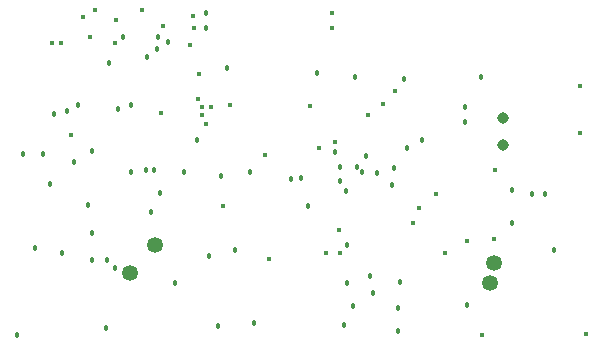
<source format=gbr>
G04 EAGLE Gerber RS-274X export*
G75*
%MOMM*%
%FSLAX34Y34*%
%LPD*%
%INVias*%
%IPPOS*%
%AMOC8*
5,1,8,0,0,1.08239X$1,22.5*%
G01*
%ADD10C,0.457200*%
%ADD11C,0.452400*%
%ADD12C,0.975000*%
%ADD13C,1.350000*%


D10*
X317500Y149606D03*
X34290Y166370D03*
D11*
X49530Y260350D03*
X285750Y82550D03*
X488950Y184150D03*
D12*
X424180Y173990D03*
D10*
X330200Y139700D03*
X355600Y177800D03*
D11*
X161290Y283210D03*
X279400Y285750D03*
D10*
X172720Y285750D03*
X190500Y238760D03*
X266700Y234950D03*
D11*
X322580Y208280D03*
D10*
X281940Y167640D03*
X252730Y145419D03*
D11*
X95250Y260350D03*
D10*
X76200Y76200D03*
X40640Y140970D03*
D11*
X222250Y165100D03*
D10*
X335280Y16510D03*
X393700Y38100D03*
D11*
X406400Y12700D03*
D10*
X342900Y171450D03*
D13*
X107950Y65278D03*
X412750Y57150D03*
D12*
X424180Y196850D03*
D10*
X292100Y57150D03*
D13*
X129540Y88900D03*
X416560Y73660D03*
D11*
X41910Y260350D03*
D10*
X182880Y20320D03*
X213360Y22860D03*
X289560Y21590D03*
X290830Y134620D03*
X405130Y231140D03*
X17780Y166370D03*
D11*
X260350Y207010D03*
X367030Y132080D03*
X226060Y77470D03*
D10*
X87630Y19050D03*
X12700Y12700D03*
D11*
X494030Y13970D03*
X488950Y223520D03*
D10*
X27940Y86360D03*
D11*
X274320Y82550D03*
D10*
X76200Y99150D03*
D11*
X177292Y205740D03*
D10*
X125730Y116840D03*
D11*
X134620Y200660D03*
X416560Y93980D03*
D10*
X209550Y151130D03*
X153670Y151130D03*
X175260Y80010D03*
X467360Y85090D03*
X132080Y265430D03*
X76200Y168300D03*
X331470Y154305D03*
X391795Y205994D03*
X259080Y121920D03*
D11*
X172974Y191770D03*
D10*
X131445Y254635D03*
X122555Y248285D03*
X244475Y144780D03*
X300355Y154940D03*
D11*
X166370Y233680D03*
D10*
X336550Y57785D03*
X292100Y88900D03*
X335026Y35941D03*
X286385Y143510D03*
X286385Y154940D03*
X311150Y62738D03*
D11*
X285244Y101600D03*
D10*
X307975Y164465D03*
X140335Y260985D03*
D11*
X347980Y107950D03*
D10*
X391795Y193040D03*
X196850Y85090D03*
X50800Y82550D03*
D11*
X333024Y219710D03*
D10*
X340360Y229870D03*
D11*
X374650Y82550D03*
D10*
X448310Y132080D03*
X459740Y132080D03*
X431800Y135890D03*
X431800Y107950D03*
D11*
X118745Y287655D03*
X193167Y207772D03*
X78740Y287655D03*
D10*
X72390Y122555D03*
X185430Y147330D03*
D11*
X186690Y121920D03*
X353060Y120396D03*
X393700Y92710D03*
D10*
X128270Y152400D03*
X133350Y133350D03*
D11*
X158750Y258445D03*
D10*
X172720Y272415D03*
X297180Y37465D03*
X313690Y48260D03*
X43815Y200025D03*
X60960Y159385D03*
X109220Y207645D03*
X109220Y150495D03*
X88900Y76200D03*
X146050Y57150D03*
D11*
X309880Y199390D03*
X267970Y171450D03*
X68580Y281940D03*
X162560Y273050D03*
X279400Y273050D03*
X74295Y265430D03*
X135890Y274320D03*
X58420Y181864D03*
D10*
X102235Y265430D03*
X90170Y243205D03*
D11*
X96520Y279400D03*
D10*
X299085Y231140D03*
X98425Y203835D03*
D11*
X165735Y212725D03*
D10*
X165100Y177800D03*
X121920Y152400D03*
X304800Y150495D03*
D11*
X417195Y152400D03*
D10*
X55245Y202565D03*
X64135Y207645D03*
X95250Y69850D03*
D11*
X168910Y205740D03*
X169517Y198727D03*
X281905Y176530D03*
M02*

</source>
